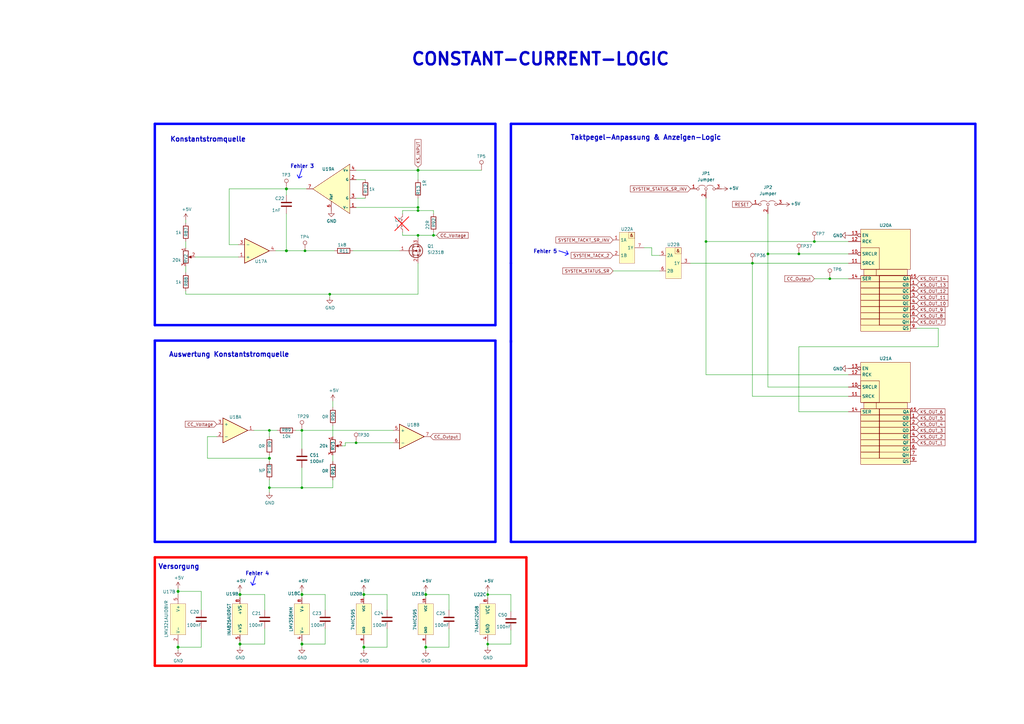
<source format=kicad_sch>
(kicad_sch (version 20210126) (generator eeschema)
  (paper "A3")
  (title_block (title "Kabeltester") (company "BMK Group") (comment 1 "Erstellt: Maximilian Hoffmann") (comment 2 "Geprüft: Robert Schulz"))
  (junction (at 73.025 242.57) (diameter 1.016))
  (junction (at 73.025 265.43) (diameter 1.016))
  (junction (at 98.425 243.84) (diameter 1.016))
  (junction (at 98.425 264.16) (diameter 1.016))
  (junction (at 110.49 176.53) (diameter 0.9144))
  (junction (at 110.49 187.96) (diameter 1.016))
  (junction (at 110.49 200.025) (diameter 0.9144))
  (junction (at 117.475 77.47) (diameter 1.016))
  (junction (at 117.475 102.87) (diameter 1.016))
  (junction (at 123.825 176.53) (diameter 0.9144))
  (junction (at 123.825 200.025) (diameter 0.9144))
  (junction (at 123.825 243.84) (diameter 1.016))
  (junction (at 123.825 264.16) (diameter 1.016))
  (junction (at 125.095 102.87) (diameter 0.9144))
  (junction (at 135.255 120.65) (diameter 0.9144))
  (junction (at 146.05 181.61) (diameter 0.9144))
  (junction (at 149.225 243.84) (diameter 1.016))
  (junction (at 149.225 265.43) (diameter 1.016))
  (junction (at 171.45 69.85) (diameter 1.016))
  (junction (at 171.45 85.09) (diameter 0.9144))
  (junction (at 171.45 86.36) (diameter 0.9144))
  (junction (at 171.45 96.52) (diameter 0.9144))
  (junction (at 174.625 243.84) (diameter 1.016))
  (junction (at 174.625 265.43) (diameter 1.016))
  (junction (at 177.8 96.52) (diameter 0.9144))
  (junction (at 200.025 243.84) (diameter 0.9144))
  (junction (at 200.025 264.16) (diameter 0.9144))
  (junction (at 289.56 99.06) (diameter 0.9144))
  (junction (at 308.61 107.95) (diameter 0.9144))
  (junction (at 314.96 104.14) (diameter 0.9144))
  (junction (at 327.66 104.14) (diameter 0.9144))
  (junction (at 334.01 99.06) (diameter 0.9144))
  (junction (at 340.36 114.3) (diameter 0.9144))
  (wire (pts (xy 73.025 241.3) (xy 73.025 242.57)))
  (wire (pts (xy 73.025 242.57) (xy 73.025 243.84)))
  (wire (pts (xy 73.025 264.16) (xy 73.025 265.43)))
  (wire (pts (xy 73.025 265.43) (xy 73.025 266.7)))
  (wire (pts (xy 76.2 90.17) (xy 76.2 91.44)))
  (wire (pts (xy 76.2 99.06) (xy 76.2 101.6)))
  (wire (pts (xy 76.2 109.22) (xy 76.2 111.76)))
  (wire (pts (xy 76.2 119.38) (xy 76.2 120.65)))
  (wire (pts (xy 76.2 120.65) (xy 135.255 120.65)))
  (wire (pts (xy 80.01 105.41) (xy 97.79 105.41)))
  (wire (pts (xy 82.55 242.57) (xy 73.025 242.57)))
  (wire (pts (xy 82.55 250.19) (xy 82.55 242.57)))
  (wire (pts (xy 82.55 257.81) (xy 82.55 265.43)))
  (wire (pts (xy 82.55 265.43) (xy 73.025 265.43)))
  (wire (pts (xy 85.09 179.07) (xy 85.09 187.96)))
  (wire (pts (xy 85.09 179.07) (xy 88.9 179.07)))
  (wire (pts (xy 85.09 187.96) (xy 110.49 187.96)))
  (wire (pts (xy 93.98 77.47) (xy 93.98 100.33)))
  (wire (pts (xy 93.98 77.47) (xy 117.475 77.47)))
  (wire (pts (xy 93.98 100.33) (xy 97.79 100.33)))
  (wire (pts (xy 98.425 242.57) (xy 98.425 243.84)))
  (wire (pts (xy 98.425 243.84) (xy 98.425 245.11)))
  (wire (pts (xy 98.425 264.16) (xy 98.425 262.89)))
  (wire (pts (xy 98.425 264.16) (xy 98.425 265.43)))
  (wire (pts (xy 104.14 176.53) (xy 110.49 176.53)))
  (wire (pts (xy 108.585 243.84) (xy 98.425 243.84)))
  (wire (pts (xy 108.585 250.19) (xy 108.585 243.84)))
  (wire (pts (xy 108.585 257.81) (xy 108.585 264.16)))
  (wire (pts (xy 108.585 264.16) (xy 98.425 264.16)))
  (wire (pts (xy 110.49 176.53) (xy 110.49 179.07)))
  (wire (pts (xy 110.49 176.53) (xy 113.665 176.53)))
  (wire (pts (xy 110.49 186.69) (xy 110.49 187.96)))
  (wire (pts (xy 110.49 187.96) (xy 110.49 189.23)))
  (wire (pts (xy 110.49 196.85) (xy 110.49 200.025)))
  (wire (pts (xy 110.49 200.025) (xy 110.49 201.93)))
  (wire (pts (xy 110.49 200.025) (xy 123.825 200.025)))
  (wire (pts (xy 113.03 102.87) (xy 117.475 102.87)))
  (wire (pts (xy 117.475 77.47) (xy 117.475 80.01)))
  (wire (pts (xy 117.475 77.47) (xy 125.73 77.47)))
  (wire (pts (xy 117.475 87.63) (xy 117.475 102.87)))
  (wire (pts (xy 117.475 102.87) (xy 125.095 102.87)))
  (wire (pts (xy 121.285 176.53) (xy 123.825 176.53)))
  (wire (pts (xy 123.825 176.53) (xy 123.825 184.15)))
  (wire (pts (xy 123.825 176.53) (xy 161.29 176.53)))
  (wire (pts (xy 123.825 191.77) (xy 123.825 200.025)))
  (wire (pts (xy 123.825 200.025) (xy 136.525 200.025)))
  (wire (pts (xy 123.825 242.57) (xy 123.825 243.84)))
  (wire (pts (xy 123.825 243.84) (xy 123.825 245.11)))
  (wire (pts (xy 123.825 262.89) (xy 123.825 264.16)))
  (wire (pts (xy 123.825 264.16) (xy 123.825 265.43)))
  (wire (pts (xy 125.095 102.87) (xy 137.16 102.87)))
  (wire (pts (xy 133.35 243.84) (xy 123.825 243.84)))
  (wire (pts (xy 133.35 250.19) (xy 133.35 243.84)))
  (wire (pts (xy 133.35 257.81) (xy 133.35 264.16)))
  (wire (pts (xy 133.35 264.16) (xy 123.825 264.16)))
  (wire (pts (xy 135.255 120.65) (xy 135.255 121.92)))
  (wire (pts (xy 135.255 120.65) (xy 171.45 120.65)))
  (wire (pts (xy 136.525 164.465) (xy 136.525 167.005)))
  (wire (pts (xy 136.525 174.625) (xy 136.525 179.07)))
  (wire (pts (xy 136.525 186.69) (xy 136.525 189.23)))
  (wire (pts (xy 136.525 196.85) (xy 136.525 200.025)))
  (wire (pts (xy 140.335 182.88) (xy 141.605 182.88)))
  (wire (pts (xy 141.605 181.61) (xy 141.605 182.88)))
  (wire (pts (xy 141.605 181.61) (xy 146.05 181.61)))
  (wire (pts (xy 144.78 102.87) (xy 163.83 102.87)))
  (wire (pts (xy 146.05 69.85) (xy 171.45 69.85)))
  (wire (pts (xy 146.05 73.66) (xy 149.86 73.66)))
  (wire (pts (xy 146.05 81.28) (xy 149.86 81.28)))
  (wire (pts (xy 146.05 85.09) (xy 171.45 85.09)))
  (wire (pts (xy 146.05 181.61) (xy 161.29 181.61)))
  (wire (pts (xy 149.225 242.57) (xy 149.225 243.84)))
  (wire (pts (xy 149.225 243.84) (xy 149.225 245.11)))
  (wire (pts (xy 149.225 264.16) (xy 149.225 265.43)))
  (wire (pts (xy 149.225 265.43) (xy 149.225 266.7)))
  (wire (pts (xy 158.75 243.84) (xy 149.225 243.84)))
  (wire (pts (xy 158.75 250.19) (xy 158.75 243.84)))
  (wire (pts (xy 158.75 257.81) (xy 158.75 265.43)))
  (wire (pts (xy 158.75 265.43) (xy 149.225 265.43)))
  (wire (pts (xy 165.1 86.36) (xy 171.45 86.36)))
  (wire (pts (xy 165.1 87.63) (xy 165.1 86.36)))
  (wire (pts (xy 165.1 95.25) (xy 165.1 96.52)))
  (wire (pts (xy 165.1 96.52) (xy 171.45 96.52)))
  (wire (pts (xy 171.45 68.58) (xy 171.45 69.85)))
  (wire (pts (xy 171.45 69.85) (xy 171.45 73.66)))
  (wire (pts (xy 171.45 69.85) (xy 197.485 69.85)))
  (wire (pts (xy 171.45 81.28) (xy 171.45 85.09)))
  (wire (pts (xy 171.45 85.09) (xy 171.45 86.36)))
  (wire (pts (xy 171.45 86.36) (xy 177.8 86.36)))
  (wire (pts (xy 171.45 96.52) (xy 171.45 97.79)))
  (wire (pts (xy 171.45 96.52) (xy 177.8 96.52)))
  (wire (pts (xy 171.45 107.95) (xy 171.45 120.65)))
  (wire (pts (xy 174.625 242.57) (xy 174.625 243.84)))
  (wire (pts (xy 174.625 243.84) (xy 174.625 245.11)))
  (wire (pts (xy 174.625 264.16) (xy 174.625 265.43)))
  (wire (pts (xy 174.625 265.43) (xy 174.625 266.7)))
  (wire (pts (xy 177.8 87.63) (xy 177.8 86.36)))
  (wire (pts (xy 177.8 95.25) (xy 177.8 96.52)))
  (wire (pts (xy 177.8 96.52) (xy 179.07 96.52)))
  (wire (pts (xy 184.15 243.84) (xy 174.625 243.84)))
  (wire (pts (xy 184.15 250.19) (xy 184.15 243.84)))
  (wire (pts (xy 184.15 257.81) (xy 184.15 265.43)))
  (wire (pts (xy 184.15 265.43) (xy 174.625 265.43)))
  (wire (pts (xy 200.025 242.57) (xy 200.025 243.84)))
  (wire (pts (xy 200.025 243.84) (xy 200.025 245.11)))
  (wire (pts (xy 200.025 262.89) (xy 200.025 264.16)))
  (wire (pts (xy 200.025 264.16) (xy 200.025 265.43)))
  (wire (pts (xy 209.55 243.84) (xy 200.025 243.84)))
  (wire (pts (xy 209.55 250.825) (xy 209.55 243.84)))
  (wire (pts (xy 209.55 258.445) (xy 209.55 264.16)))
  (wire (pts (xy 209.55 264.16) (xy 200.025 264.16)))
  (wire (pts (xy 251.46 111.125) (xy 270.51 111.125)))
  (wire (pts (xy 264.16 101.6) (xy 267.335 101.6)))
  (wire (pts (xy 267.335 101.6) (xy 267.335 104.775)))
  (wire (pts (xy 267.335 104.775) (xy 270.51 104.775)))
  (wire (pts (xy 283.21 107.95) (xy 308.61 107.95)))
  (wire (pts (xy 289.56 81.28) (xy 289.56 99.06)))
  (wire (pts (xy 289.56 99.06) (xy 289.56 153.67)))
  (wire (pts (xy 289.56 99.06) (xy 334.01 99.06)))
  (wire (pts (xy 289.56 153.67) (xy 347.98 153.67)))
  (wire (pts (xy 308.61 107.95) (xy 308.61 162.56)))
  (wire (pts (xy 308.61 107.95) (xy 347.98 107.95)))
  (wire (pts (xy 308.61 162.56) (xy 347.98 162.56)))
  (wire (pts (xy 314.96 104.14) (xy 314.96 87.63)))
  (wire (pts (xy 314.96 104.14) (xy 327.66 104.14)))
  (wire (pts (xy 314.96 158.75) (xy 314.96 104.14)))
  (wire (pts (xy 327.66 104.14) (xy 347.98 104.14)))
  (wire (pts (xy 327.66 142.24) (xy 327.66 168.91)))
  (wire (pts (xy 327.66 168.91) (xy 347.98 168.91)))
  (wire (pts (xy 334.01 99.06) (xy 347.98 99.06)))
  (wire (pts (xy 334.01 114.3) (xy 340.36 114.3)))
  (wire (pts (xy 340.36 114.3) (xy 347.98 114.3)))
  (wire (pts (xy 347.98 158.75) (xy 314.96 158.75)))
  (wire (pts (xy 375.92 134.62) (xy 384.81 134.62)))
  (wire (pts (xy 384.81 134.62) (xy 384.81 142.24)))
  (wire (pts (xy 384.81 142.24) (xy 327.66 142.24)))
  (polyline (pts (xy 63.5 50.8) (xy 63.5 133.35)) (stroke (width 1) (type solid) (color 0 0 255 1)))
  (polyline (pts (xy 63.5 50.8) (xy 203.2 50.8)) (stroke (width 1) (type solid) (color 0 0 255 1)))
  (polyline (pts (xy 63.5 139.7) (xy 63.5 222.25)) (stroke (width 1) (type solid) (color 0 0 255 1)))
  (polyline (pts (xy 63.5 139.7) (xy 203.2 139.7)) (stroke (width 1) (type solid) (color 0 0 255 1)))
  (polyline (pts (xy 63.5 228.6) (xy 63.5 273.05)) (stroke (width 1) (type solid) (color 255 0 0 1)))
  (polyline (pts (xy 63.5 228.6) (xy 215.9 228.6)) (stroke (width 1) (type solid) (color 255 0 0 1)))
  (polyline (pts (xy 63.5 273.05) (xy 215.9 273.05)) (stroke (width 1) (type solid) (color 255 0 0 1)))
  (polyline (pts (xy 103.505 240.03) (xy 102.87 238.76)) (stroke (width 0.3) (type solid) (color 0 0 255 1)))
  (polyline (pts (xy 103.505 240.03) (xy 104.775 236.22)) (stroke (width 0.3) (type solid) (color 0 0 255 1)))
  (polyline (pts (xy 104.775 239.395) (xy 103.505 240.03)) (stroke (width 0.3) (type solid) (color 0 0 255 1)))
  (polyline (pts (xy 122.555 73.025) (xy 121.92 71.755)) (stroke (width 0.3) (type solid) (color 0 0 255 1)))
  (polyline (pts (xy 122.555 73.025) (xy 123.825 69.215)) (stroke (width 0.3) (type solid) (color 0 0 255 1)))
  (polyline (pts (xy 123.825 72.39) (xy 122.555 73.025)) (stroke (width 0.3) (type solid) (color 0 0 255 1)))
  (polyline (pts (xy 167.64 88.9) (xy 161.925 94.615)) (stroke (width 0.3) (type solid) (color 255 0 0 1)))
  (polyline (pts (xy 167.64 94.615) (xy 161.925 88.9)) (stroke (width 0.3) (type solid) (color 255 0 0 1)))
  (polyline (pts (xy 203.2 50.8) (xy 203.2 133.35)) (stroke (width 1) (type solid) (color 0 0 255 1)))
  (polyline (pts (xy 203.2 133.35) (xy 63.5 133.35)) (stroke (width 1) (type solid) (color 0 0 255 1)))
  (polyline (pts (xy 203.2 139.7) (xy 203.2 222.25)) (stroke (width 1) (type solid) (color 0 0 255 1)))
  (polyline (pts (xy 203.2 222.25) (xy 63.5 222.25)) (stroke (width 1) (type solid) (color 0 0 255 1)))
  (polyline (pts (xy 209.55 50.8) (xy 209.55 107.95)) (stroke (width 1) (type solid) (color 0 0 255 1)))
  (polyline (pts (xy 209.55 50.8) (xy 400.05 50.8)) (stroke (width 1) (type solid) (color 0 0 255 1)))
  (polyline (pts (xy 209.55 139.7) (xy 209.55 222.25)) (stroke (width 1) (type solid) (color 0 0 255 1)))
  (polyline (pts (xy 209.55 140.335) (xy 209.55 107.95)) (stroke (width 1) (type solid) (color 0 0 255 1)))
  (polyline (pts (xy 209.55 222.25) (xy 400.05 222.25)) (stroke (width 1) (type solid) (color 0 0 255 1)))
  (polyline (pts (xy 215.9 273.05) (xy 215.9 228.6)) (stroke (width 1) (type solid) (color 255 0 0 1)))
  (polyline (pts (xy 232.41 102.87) (xy 233.045 104.14)) (stroke (width 0.3) (type solid) (color 0 0 255 1)))
  (polyline (pts (xy 233.045 104.14) (xy 229.235 102.87)) (stroke (width 0.3) (type solid) (color 0 0 255 1)))
  (polyline (pts (xy 233.045 104.14) (xy 231.775 104.775)) (stroke (width 0.3) (type solid) (color 0 0 255 1)))
  (polyline (pts (xy 400.05 222.25) (xy 400.05 50.8)) (stroke (width 1) (type solid) (color 0 0 255 1)))
  (text "Versorgung\n" (at 81.915 233.68 180) (effects (font (size 2 2) (thickness 0.4) bold) (justify right bottom)))
  (text "Konstantstromquelle\n" (at 100.965 58.42 180) (effects (font (size 2 2) (thickness 0.4) bold) (justify right bottom)))
  (text "Fehler 4" (at 110.49 236.22 180) (effects (font (size 1.5 1.5) (thickness 0.3) bold) (justify right bottom)))
  (text "Auswertung Konstantstromquelle\n" (at 118.745 146.685 180) (effects (font (size 2 2) (thickness 0.4) bold) (justify right bottom)))
  (text "Fehler 3\n" (at 128.905 69.215 180) (effects (font (size 1.5 1.5) (thickness 0.3) bold) (justify right bottom)))
  (text "Fehler 5" (at 228.6 104.14 180) (effects (font (size 1.5 1.5) (thickness 0.3) bold) (justify right bottom)))
  (text "CONSTANT-CURRENT-LOGIC\n" (at 274.955 27.305 180) (effects (font (size 5 5) (thickness 1) bold) (justify right bottom)))
  (text "Taktpegel-Anpassung & Anzeigen-Logic\n\n \n" (at 295.91 64.135 180) (effects (font (size 2 2) (thickness 0.4) bold) (justify right bottom)))
  (global_label "CC_Voltage" (shape input) (at 88.9 173.99 180) (property "Intersheet References" "${INTERSHEET_REFS}" (effects hide)))
  (global_label "KS_INPUT" (shape input) (at 171.45 68.58 90) (property "Intersheet References" "${INTERSHEET_REFS}" (effects hide)))
  (global_label "CC_Output" (shape input) (at 176.53 179.07 0) (property "Intersheet References" "${INTERSHEET_REFS}" (effects hide)))
  (global_label "CC_Voltage" (shape input) (at 179.07 96.52 0) (property "Intersheet References" "${INTERSHEET_REFS}" (effects hide)))
  (global_label "SYSTEM_TACKT_SR_INV" (shape input) (at 251.46 98.425 180) (property "Intersheet References" "${INTERSHEET_REFS}" (effects hide)))
  (global_label "SYSTEM_TACK_2" (shape input) (at 251.46 104.775 180) (property "Intersheet References" "${INTERSHEET_REFS}" (effects hide)))
  (global_label "SYSTEM_STATUS_SR" (shape input) (at 251.46 111.125 180) (property "Intersheet References" "${INTERSHEET_REFS}" (effects hide)))
  (global_label "SYSTEM_STATUS_SR_INV" (shape input) (at 283.21 77.47 180) (property "Intersheet References" "${INTERSHEET_REFS}" (effects hide)))
  (global_label "RESET" (shape input) (at 308.61 83.82 180) (property "Intersheet References" "${INTERSHEET_REFS}" (effects hide)))
  (global_label "CC_Output" (shape input) (at 334.01 114.3 180) (property "Intersheet References" "${INTERSHEET_REFS}" (effects hide)))
  (global_label "KS_OUT_14" (shape input) (at 375.92 114.3 0) (property "Intersheet References" "${INTERSHEET_REFS}" (effects hide)))
  (global_label "KS_OUT_13" (shape input) (at 375.92 116.84 0) (property "Intersheet References" "${INTERSHEET_REFS}" (effects hide)))
  (global_label "KS_OUT_12" (shape input) (at 375.92 119.38 0) (property "Intersheet References" "${INTERSHEET_REFS}" (effects hide)))
  (global_label "KS_OUT_11" (shape input) (at 375.92 121.92 0) (property "Intersheet References" "${INTERSHEET_REFS}" (effects hide)))
  (global_label "KS_OUT_10" (shape input) (at 375.92 124.46 0) (property "Intersheet References" "${INTERSHEET_REFS}" (effects hide)))
  (global_label "KS_OUT_9" (shape input) (at 375.92 127 0) (property "Intersheet References" "${INTERSHEET_REFS}" (effects hide)))
  (global_label "KS_OUT_8" (shape input) (at 375.92 129.54 0) (property "Intersheet References" "${INTERSHEET_REFS}" (effects hide)))
  (global_label "KS_OUT_7" (shape input) (at 375.92 132.08 0) (property "Intersheet References" "${INTERSHEET_REFS}" (effects hide)))
  (global_label "KS_OUT_6" (shape input) (at 375.92 168.91 0) (property "Intersheet References" "${INTERSHEET_REFS}" (effects hide)))
  (global_label "KS_OUT_5" (shape input) (at 375.92 171.45 0) (property "Intersheet References" "${INTERSHEET_REFS}" (effects hide)))
  (global_label "KS_OUT_4" (shape input) (at 375.92 173.99 0) (property "Intersheet References" "${INTERSHEET_REFS}" (effects hide)))
  (global_label "KS_OUT_3" (shape input) (at 375.92 176.53 0) (property "Intersheet References" "${INTERSHEET_REFS}" (effects hide)))
  (global_label "KS_OUT_2" (shape input) (at 375.92 179.07 0) (property "Intersheet References" "${INTERSHEET_REFS}" (effects hide)))
  (global_label "KS_OUT_1" (shape input) (at 375.92 181.61 0) (property "Intersheet References" "${INTERSHEET_REFS}" (effects hide)))
  (symbol (lib_id "Connector:TestPoint") (at 117.475 77.47 0) (unit 1)
    (property "Reference" "TP3" (at 115.57 71.755 0) (effects (justify left)))
    (property "Value" "TestPoint" (effects hide))
    (property "Footprint" "TestPoint:TestPoint_Pad_D1.0mm" (effects hide))
    (property "BMK-Nr" "-" (effects hide))
    (property "Mouser" "-" (effects hide))
  )
  (symbol (lib_id "Connector:TestPoint") (at 123.825 176.53 0) (unit 1)
    (property "Reference" "TP29" (at 121.92 170.815 0) (effects (justify left)))
    (property "Value" "TestPoint" (effects hide))
    (property "Footprint" "TestPoint:TestPoint_Pad_D1.0mm" (effects hide))
    (property "BMK-Nr" "-" (effects hide))
    (property "Mouser" "-" (effects hide))
  )
  (symbol (lib_id "Connector:TestPoint") (at 125.095 102.87 0) (unit 1)
    (property "Reference" "TP4" (at 123.19 97.155 0) (effects (justify left)))
    (property "Value" "TestPoint" (effects hide))
    (property "Footprint" "TestPoint:TestPoint_Pad_D1.0mm" (effects hide))
    (property "BMK-Nr" "-" (effects hide))
    (property "Mouser" "-" (effects hide))
  )
  (symbol (lib_id "Connector:TestPoint") (at 146.05 181.61 0) (unit 1)
    (property "Reference" "TP30" (at 146.685 178.435 0) (effects (justify left)))
    (property "Value" "TestPoint" (effects hide))
    (property "Footprint" "TestPoint:TestPoint_Pad_D1.0mm" (effects hide))
    (property "BMK-Nr" "-" (effects hide))
    (property "Mouser" "-" (effects hide))
  )
  (symbol (lib_id "Connector:TestPoint") (at 197.485 69.85 0) (unit 1)
    (property "Reference" "TP5" (at 195.58 64.135 0) (effects (justify left)))
    (property "Value" "TestPoint" (effects hide))
    (property "Footprint" "TestPoint:TestPoint_Pad_D1.0mm" (effects hide))
    (property "BMK-Nr" "-" (effects hide))
    (property "Mouser" "-" (effects hide))
  )
  (symbol (lib_id "Connector:TestPoint") (at 308.61 107.95 0) (unit 1)
    (property "Reference" "TP36" (at 309.245 104.775 0) (effects (justify left)))
    (property "Value" "TestPoint" (effects hide))
    (property "Footprint" "TestPoint:TestPoint_Pad_D1.0mm" (effects hide))
    (property "BMK-Nr" "-" (effects hide))
    (property "Mouser" "-" (effects hide))
  )
  (symbol (lib_id "Connector:TestPoint") (at 327.66 104.14 0) (unit 1)
    (property "Reference" "TP37" (at 328.295 100.965 0) (effects (justify left)))
    (property "Value" "TestPoint" (effects hide))
    (property "Footprint" "TestPoint:TestPoint_Pad_D1.0mm" (effects hide))
    (property "BMK-Nr" "-" (effects hide))
    (property "Mouser" "-" (effects hide))
  )
  (symbol (lib_id "Connector:TestPoint") (at 334.01 99.06 0) (unit 1)
    (property "Reference" "TP7" (at 334.645 95.885 0) (effects (justify left)))
    (property "Value" "TestPoint" (effects hide))
    (property "Footprint" "TestPoint:TestPoint_Pad_D1.0mm" (effects hide))
    (property "BMK-Nr" "-" (effects hide))
    (property "Mouser" "-" (effects hide))
  )
  (symbol (lib_id "Connector:TestPoint") (at 340.36 114.3 0) (unit 1)
    (property "Reference" "TP6" (at 341.63 110.49 0) (effects (justify left)))
    (property "Value" "TestPoint" (effects hide))
    (property "Footprint" "TestPoint:TestPoint_Pad_D1.0mm" (effects hide))
    (property "BMK-Nr" "-" (effects hide))
    (property "Mouser" "-" (effects hide))
  )
  (symbol (lib_id "power:+5V") (at 73.025 241.3 0) (unit 1)
    (property "Reference" "#PWR051" (effects hide))
    (property "Value" "+5V" (at 73.3933 236.9756 0))
  )
  (symbol (lib_id "power:+5V") (at 76.2 90.17 0) (unit 1)
    (property "Reference" "#PWR053" (effects hide))
    (property "Value" "+5V" (at 76.5683 85.8456 0))
  )
  (symbol (lib_id "power:+5V") (at 98.425 242.57 0) (unit 1)
    (property "Reference" "#PWR054" (effects hide))
    (property "Value" "+5V" (at 98.7933 238.2456 0))
  )
  (symbol (lib_id "power:+5V") (at 123.825 242.57 0) (unit 1)
    (property "Reference" "#PWR057" (effects hide))
    (property "Value" "+5V" (at 124.1933 238.2456 0))
  )
  (symbol (lib_id "power:+5V") (at 136.525 164.465 0) (unit 1)
    (property "Reference" "#PWR059" (effects hide))
    (property "Value" "+5V" (at 136.8933 160.1406 0))
  )
  (symbol (lib_id "power:+5V") (at 149.225 242.57 0) (unit 1)
    (property "Reference" "#PWR062" (effects hide))
    (property "Value" "+5V" (at 149.5933 238.2456 0))
  )
  (symbol (lib_id "power:+5V") (at 174.625 242.57 0) (unit 1)
    (property "Reference" "#PWR064" (effects hide))
    (property "Value" "+5V" (at 174.9933 238.2456 0))
  )
  (symbol (lib_id "power:+5V") (at 200.025 242.57 0) (unit 1)
    (property "Reference" "#PWR023" (effects hide))
    (property "Value" "+5V" (at 200.3933 238.2456 0))
  )
  (symbol (lib_id "power:+5V") (at 295.91 77.47 270) (unit 1)
    (property "Reference" "#PWR0124" (effects hide))
    (property "Value" "+5V" (at 300.8694 77.2033 90))
  )
  (symbol (lib_id "power:+5V") (at 321.31 83.82 270) (unit 1)
    (property "Reference" "#PWR0125" (effects hide))
    (property "Value" "+5V" (at 326.2694 83.5533 90))
  )
  (symbol (lib_id "Device:L") (at 165.1 91.44 0) (mirror y) (unit 1)
    (property "Reference" "L2" (at 161.925 90.17 0) (effects (justify right)))
    (property "Value" "L" (at 162.56 92.71 0) (effects (justify right)))
    (property "Footprint" "Inductor_SMD:L_TDK_NLV32_3.2x2.5mm" (effects hide))
  )
  (symbol (lib_id "power:GND") (at 73.025 266.7 0) (unit 1)
    (property "Reference" "#PWR052" (effects hide))
    (property "Value" "GND" (at 73.1393 271.0244 0))
  )
  (symbol (lib_id "power:GND") (at 98.425 265.43 0) (unit 1)
    (property "Reference" "#PWR055" (effects hide))
    (property "Value" "GND" (at 98.5393 269.7544 0))
  )
  (symbol (lib_id "power:GND") (at 110.49 201.93 0) (unit 1)
    (property "Reference" "#PWR056" (effects hide))
    (property "Value" "GND" (at 110.6043 206.2544 0))
  )
  (symbol (lib_id "power:GND") (at 123.825 265.43 0) (unit 1)
    (property "Reference" "#PWR058" (effects hide))
    (property "Value" "GND" (at 123.9393 269.7544 0))
  )
  (symbol (lib_id "power:GND") (at 135.255 121.92 0) (unit 1)
    (property "Reference" "#PWR060" (effects hide))
    (property "Value" "GND" (at 135.3693 126.2444 0))
  )
  (symbol (lib_id "power:GND") (at 135.89 86.36 0) (unit 1)
    (property "Reference" "#PWR061" (effects hide))
    (property "Value" "GND" (at 136.0043 90.6844 0))
  )
  (symbol (lib_id "power:GND") (at 149.225 266.7 0) (unit 1)
    (property "Reference" "#PWR063" (effects hide))
    (property "Value" "GND" (at 149.3393 271.0244 0))
  )
  (symbol (lib_id "power:GND") (at 174.625 266.7 0) (unit 1)
    (property "Reference" "#PWR065" (effects hide))
    (property "Value" "GND" (at 174.7393 271.0244 0))
  )
  (symbol (lib_id "power:GND") (at 200.025 265.43 0) (unit 1)
    (property "Reference" "#PWR024" (effects hide))
    (property "Value" "GND" (at 200.1393 269.7544 0))
  )
  (symbol (lib_id "power:GND") (at 347.98 96.52 270) (unit 1)
    (property "Reference" "#PWR070" (effects hide))
    (property "Value" "GND" (at 343.6556 96.6343 90))
  )
  (symbol (lib_id "power:GND") (at 347.98 151.13 270) (unit 1)
    (property "Reference" "#PWR072" (effects hide))
    (property "Value" "GND" (at 343.6556 151.2443 90))
  )
  (symbol (lib_id "Device:R") (at 76.2 95.25 180) (unit 1)
    (property "Reference" "R87" (at 76.3269 93.2244 90) (effects (justify left)))
    (property "Value" "1k" (at 74.422 95.371 0) (effects (justify left)))
    (property "Footprint" "Resistor_SMD:R_0603_1608Metric_Pad0.98x0.95mm_HandSolder" (effects hide))
    (property "BMK-Nr" "BS" (effects hide))
    (property "Mouser" "-" (effects hide))
  )
  (symbol (lib_id "Device:R") (at 76.2 115.57 180) (unit 1)
    (property "Reference" "R88" (at 76.3269 113.5444 90) (effects (justify left)))
    (property "Value" "1k" (at 74.422 115.691 0) (effects (justify left)))
    (property "Footprint" "Resistor_SMD:R_0603_1608Metric_Pad0.98x0.95mm_HandSolder" (effects hide))
    (property "BMK-Nr" "BS" (effects hide))
    (property "Mouser" "-" (effects hide))
  )
  (symbol (lib_name "Device:R_1") (lib_id "Device:R") (at 110.49 182.88 180) (unit 1)
    (property "Reference" "R9" (at 110.6169 180.8544 90) (effects (justify left)))
    (property "Value" "0R" (at 108.712 183.001 0) (effects (justify left)))
    (property "Footprint" "Resistor_SMD:R_0603_1608Metric_Pad0.98x0.95mm_HandSolder" (effects hide))
    (property "BMK-Nr" "BS" (effects hide))
    (property "Mouser" "-" (effects hide))
  )
  (symbol (lib_name "Device:R_2") (lib_id "Device:R") (at 110.49 193.04 0) (unit 1)
    (property "Reference" "R10" (at 110.49 194.31 90) (effects (justify left)))
    (property "Value" "NP" (at 106.045 193.04 0) (effects (justify left)))
    (property "Footprint" "Resistor_SMD:R_0603_1608Metric_Pad0.98x0.95mm_HandSolder" (effects hide))
    (property "BMK-Nr" "BS" (effects hide))
    (property "Mouser" "-" (effects hide))
  )
  (symbol (lib_name "Device:R_1") (lib_id "Device:R") (at 117.475 176.53 270) (unit 1)
    (property "Reference" "R89" (at 115.4494 176.4031 90) (effects (justify left)))
    (property "Value" "10k" (at 115.691 178.943 90) (effects (justify left)))
    (property "Footprint" "Resistor_SMD:R_0603_1608Metric_Pad0.98x0.95mm_HandSolder" (effects hide))
    (property "BMK-Nr" "BS" (effects hide))
    (property "Mouser" "-" (effects hide))
  )
  (symbol (lib_name "Device:R_1") (lib_id "Device:R") (at 136.525 170.815 180) (unit 1)
    (property "Reference" "R90" (at 136.6519 168.7894 90) (effects (justify left)))
    (property "Value" "0R" (at 134.747 170.936 0) (effects (justify left)))
    (property "Footprint" "Resistor_SMD:R_0603_1608Metric_Pad0.98x0.95mm_HandSolder" (effects hide))
    (property "BMK-Nr" "BS" (effects hide))
    (property "Mouser" "-" (effects hide))
  )
  (symbol (lib_name "Device:R_1") (lib_id "Device:R") (at 136.525 193.04 180) (unit 1)
    (property "Reference" "R91" (at 136.6519 191.0144 90) (effects (justify left)))
    (property "Value" "0R" (at 134.747 193.161 0) (effects (justify left)))
    (property "Footprint" "Resistor_SMD:R_0603_1608Metric_Pad0.98x0.95mm_HandSolder" (effects hide))
    (property "BMK-Nr" "BS" (effects hide))
    (property "Mouser" "-" (effects hide))
  )
  (symbol (lib_id "Device:R") (at 140.97 102.87 90) (unit 1)
    (property "Reference" "R11" (at 142.9956 102.9969 90) (effects (justify left)))
    (property "Value" "1k8" (at 142.119 100.457 90) (effects (justify left)))
    (property "Footprint" "Resistor_SMD:R_0603_1608Metric_Pad0.98x0.95mm_HandSolder" (effects hide))
    (property "BMK-Nr" "BS" (effects hide))
    (property "Mouser" "-" (effects hide))
  )
  (symbol (lib_name "Device:R_4") (lib_id "Device:R") (at 149.86 77.47 180) (unit 1)
    (property "Reference" "R12" (at 149.9869 75.4444 90) (effects (justify left)))
    (property "Value" "1k" (at 153.797 77.591 0) (effects (justify left)))
    (property "Footprint" "Resistor_SMD:R_0603_1608Metric_Pad0.98x0.95mm_HandSolder" (effects hide))
    (property "BMK-Nr" "BS" (effects hide))
    (property "Mouser" "-" (effects hide))
  )
  (symbol (lib_name "Device:R_3") (lib_id "Device:R") (at 171.45 77.47 180) (unit 1)
    (property "Reference" "R13" (at 171.5769 76.0794 90) (effects (justify left)))
    (property "Value" "1R" (at 174.117 73.781 90) (effects (justify left)))
    (property "Footprint" "Resistor_SMD:R_1206_3216Metric_Pad1.30x1.75mm_HandSolder" (effects hide))
    (property "BMK-Nr" "01-1901-3" (effects hide))
    (property "Mouser" "-" (effects hide))
  )
  (symbol (lib_id "Device:R") (at 177.8 91.44 180) (unit 1)
    (property "Reference" "R92" (at 177.9269 89.4144 90) (effects (justify left)))
    (property "Value" "22R" (at 175.387 90.291 90) (effects (justify left)))
    (property "Footprint" "Resistor_SMD:R_0603_1608Metric_Pad0.98x0.95mm_HandSolder" (effects hide))
    (property "BMK-Nr" "BS" (effects hide))
    (property "Mouser" "-" (effects hide))
  )
  (symbol (lib_name "Device:C_2") (lib_id "Device:C") (at 82.55 254 0) (unit 1)
    (property "Reference" "C20" (at 77.8511 250.9456 0) (effects (justify left)))
    (property "Value" "100nF" (at 76.581 256.419 0) (effects (justify left)))
    (property "Footprint" "Capacitor_SMD:C_0603_1608Metric_Pad1.08x0.95mm_HandSolder" (effects hide))
    (property "BMK-Nr" "BS" (effects hide))
  )
  (symbol (lib_name "Device:C_4") (lib_id "Device:C") (at 108.585 254 0) (unit 1)
    (property "Reference" "C21" (at 103.2511 251.5806 0) (effects (justify left)))
    (property "Value" "100nF" (at 101.981 256.419 0) (effects (justify left)))
    (property "Footprint" "Capacitor_SMD:C_0603_1608Metric_Pad1.08x0.95mm_HandSolder" (effects hide))
    (property "BMK-Nr" "BS" (effects hide))
  )
  (symbol (lib_name "Device:C_6") (lib_id "Device:C") (at 117.475 83.82 0) (unit 1)
    (property "Reference" "C22" (at 112.7761 81.4006 0) (effects (justify left)))
    (property "Value" "1nF" (at 111.506 86.239 0) (effects (justify left)))
    (property "Footprint" "Capacitor_SMD:C_0603_1608Metric_Pad1.08x0.95mm_HandSolder" (effects hide))
    (property "BMK-Nr" "BS" (effects hide))
  )
  (symbol (lib_name "Device:C_9") (lib_id "Device:C") (at 123.825 187.96 0) (unit 1)
    (property "Reference" "C51" (at 127 186.69 0) (effects (justify left)))
    (property "Value" "100nF" (at 127 189.23 0) (effects (justify left)))
    (property "Footprint" "Capacitor_SMD:C_0603_1608Metric_Pad1.08x0.95mm_HandSolder" (effects hide))
  )
  (symbol (lib_name "Device:C_3") (lib_id "Device:C") (at 133.35 254 0) (unit 1)
    (property "Reference" "C23" (at 128.0161 251.5806 0) (effects (justify left)))
    (property "Value" "100nF" (at 127.381 256.419 0) (effects (justify left)))
    (property "Footprint" "Capacitor_SMD:C_0603_1608Metric_Pad1.08x0.95mm_HandSolder" (effects hide))
    (property "BMK-Nr" "BS" (effects hide))
  )
  (symbol (lib_name "Device:C_1") (lib_id "Device:C") (at 158.75 254 0) (unit 1)
    (property "Reference" "C24" (at 153.4161 251.5806 0) (effects (justify left)))
    (property "Value" "100nF" (at 152.781 256.419 0) (effects (justify left)))
    (property "Footprint" "Capacitor_SMD:C_0603_1608Metric_Pad1.08x0.95mm_HandSolder" (effects hide))
    (property "BMK-Nr" "BS" (effects hide))
  )
  (symbol (lib_name "Device:C_5") (lib_id "Device:C") (at 184.15 254 0) (unit 1)
    (property "Reference" "C25" (at 178.8161 251.5806 0) (effects (justify left)))
    (property "Value" "100nF" (at 178.181 256.419 0) (effects (justify left)))
    (property "Footprint" "Capacitor_SMD:C_0603_1608Metric_Pad1.08x0.95mm_HandSolder" (effects hide))
    (property "BMK-Nr" "BS" (effects hide))
  )
  (symbol (lib_name "Device:C_8") (lib_id "Device:C") (at 209.55 254.635 0) (unit 1)
    (property "Reference" "C50" (at 204.2161 252.2156 0) (effects (justify left)))
    (property "Value" "100nF" (at 203.581 257.054 0) (effects (justify left)))
    (property "Footprint" "Capacitor_SMD:C_0603_1608Metric_Pad1.08x0.95mm_HandSolder" (effects hide))
    (property "BMK-Nr" "BS" (effects hide))
  )
  (symbol (lib_id "Device:R_Potentiometer") (at 76.2 105.41 0) (unit 1)
    (property "Reference" "RV2" (at 76.2 104.14 90) (effects (justify right)))
    (property "Value" "20k" (at 74.295 106.68 0) (effects (justify right)))
    (property "Footprint" "Potentiometer_THT:Potentiometer_ACP_CA6-H2,5_Horizontal" (effects hide))
  )
  (symbol (lib_id "Device:R_Potentiometer") (at 136.525 182.88 0) (unit 1)
    (property "Reference" "RV3" (at 136.525 180.975 90) (effects (justify right)))
    (property "Value" "20k" (at 134.62 182.88 0) (effects (justify right)))
    (property "Footprint" "Potentiometer_THT:Potentiometer_ACP_CA6-H2,5_Horizontal" (effects hide))
  )
  (symbol (lib_id "Jumper:Jumper_3_Open") (at 289.56 77.47 0) (unit 1)
    (property "Reference" "JP1" (at 289.56 71.12 0))
    (property "Value" "Jumper" (at 289.56 73.66 0))
    (property "Footprint" "Jumper:SolderJumper-3_P1.3mm_Open_RoundedPad1.0x1.5mm" (effects hide))
  )
  (symbol (lib_id "Jumper:Jumper_3_Open") (at 314.96 83.82 0) (unit 1)
    (property "Reference" "JP2" (at 314.96 76.835 0))
    (property "Value" "Jumper" (at 314.96 79.375 0))
    (property "Footprint" "Jumper:SolderJumper-3_P1.3mm_Open_RoundedPad1.0x1.5mm" (effects hide))
  )
  (symbol (lib_id "Transistor_FET:BSS123") (at 168.91 102.87 0) (unit 1)
    (property "Reference" "Q1" (at 175.26 100.965 0) (effects (justify left)))
    (property "Value" "SI2318" (at 175.26 103.505 0) (effects (justify left)))
    (property "Footprint" "Package_TO_SOT_SMD:SOT-23" (effects hide))
    (property "Datasheet" "http://www.diodes.com/assets/Datasheets/ds30366.pdf" (effects hide))
    (property "BMK-Nr" "08-8668" (effects hide))
    (property "Mouser" "781-SI2318CDS-T1-GE3" (effects hide))
  )
  (symbol (lib_name "Kabeltester:INA826AIDRGT_1") (lib_id "Kabeltester:INA826AIDRGT") (at 98.425 254 0) (mirror y) (unit 2)
    (property "Reference" "U19" (at 95.25 243.5668 0))
    (property "Value" "INA826AIDRGT" (at 93.98 254.1205 90))
    (property "Footprint" "Package_DFN_QFN:DFN-8-1EP_2x2mm_P0.5mm_EP0.6x1.2mm" (effects hide))
    (property "Datasheet" "https://www.ti.com/lit/ds/symlink/ina826.pdf?HQS=dis-mous-null-mousermode-dsf-pf-null-wwe&ts=1614456081708&ref_url=https%253A%252F%252Fwww.mouser.de%252F" (effects hide))
    (property "BMK-Nr" "07-1477 / 07-2138" (effects hide))
    (property "Mouser" "595-INA826AIDGK" (effects hide))
  )
  (symbol (lib_name "Kabeltester:LMV358MM_1") (lib_id "Kabeltester:LMV358MM") (at 123.825 254 0) (unit 3)
    (property "Reference" "U18" (at 120.65 243.4398 0))
    (property "Value" "LMV358MM" (at 119.38 253.9935 90))
    (property "Footprint" "Package_SO:SOIC-8_3.9x4.9mm_P1.27mm" (effects hide))
    (property "Datasheet" "https://www.ti.com/lit/ds/symlink/lmv358-n.pdf?HQS=dis-mous-null-mousermode-dsf-pf-null-wwe&ts=1614455074608&ref_url=https%253A%252F%252Fwww.mouser.de%252F" (effects hide))
    (property "BMK-Nr" "11-0573" (effects hide))
    (property "Mouser" "926-LMV358MMX/NOPB" (effects hide))
  )
  (symbol (lib_id "Kabeltester:74AHC2G08") (at 200.025 254 0) (unit 3)
    (property "Reference" "U22" (at 196.85 243.84 0))
    (property "Value" "74AHC2G08" (at 195.58 254 90))
    (property "Footprint" "Package_SO:VSSOP-8_2.4x2.1mm_P0.5mm" (effects hide))
    (property "Datasheet" "https://www.mouser.de/datasheet/2/916/74AHC_AHCT2G08-1318688.pdf" (effects hide))
    (property "BMK-Nr" "06-0948-1" (effects hide))
    (property "Mouser" "771-AHC2G08DC125" (effects hide))
  )
  (symbol (lib_name "Kabeltester:74HC595_1") (lib_id "Kabeltester:74HC595") (at 149.225 254 0) (unit 2)
    (property "Reference" "U20" (at 146.05 243.5668 0))
    (property "Value" "74HC595" (at 144.78 254.1205 90))
    (property "Footprint" "Package_SO:TSSOP-16_4.4x5mm_P0.65mm" (effects hide))
    (property "Datasheet" "https://www.ti.com/lit/ds/symlink/sn74hc595.pdf?HQS=dis-mous-null-mousermode-dsf-pf-null-wwe&ts=1614415789163" (effects hide))
    (property "BMK-Nr" "06-0831" (effects hide))
    (property "Mouser" "595-CD74HC595M96" (effects hide))
  )
  (symbol (lib_name "Kabeltester:74HC595_2") (lib_id "Kabeltester:74HC595") (at 174.625 254 0) (unit 2)
    (property "Reference" "U21" (at 171.45 243.5668 0))
    (property "Value" "74HC595" (at 170.18 254.1205 90))
    (property "Footprint" "Package_SO:TSSOP-16_4.4x5mm_P0.65mm" (effects hide))
    (property "Datasheet" "https://www.ti.com/lit/ds/symlink/sn74hc595.pdf?HQS=dis-mous-null-mousermode-dsf-pf-null-wwe&ts=1614415789163" (effects hide))
    (property "BMK-Nr" "06-0831" (effects hide))
    (property "Mouser" "595-CD74HC595M96" (effects hide))
  )
  (symbol (lib_name "Kabeltester:LMV321AUIDBVR_1") (lib_id "Kabeltester:LMV321AUIDBVR") (at 73.025 254 0) (mirror y) (unit 2)
    (property "Reference" "U17" (at 72.0089 242.6906 0) (effects (justify left)))
    (property "Value" "LMV321AUIDBVR" (at 68.199 261.499 90) (effects (justify left)))
    (property "Footprint" "Package_TO_SOT_SMD:SOT-23-5_HandSoldering" (effects hide))
    (property "Datasheet" "https://www.ti.com/lit/ds/symlink/lmv321a.pdf" (effects hide))
    (property "BMK-Nr" "11-1946" (effects hide))
    (property "Mouser" "595-LMV321AUIDBVR" (effects hide))
  )
  (symbol (lib_name "Kabeltester:LMV358MM_2") (lib_id "Kabeltester:LMV358MM") (at 95.25 176.53 0) (unit 1)
    (property "Reference" "U18" (at 96.52 171.0498 0))
    (property "Value" "LMV358MM" (effects hide))
    (property "Footprint" "Package_SO:SOIC-8_3.9x4.9mm_P1.27mm" (effects hide))
    (property "Datasheet" "https://www.ti.com/lit/ds/symlink/lmv358-n.pdf?HQS=dis-mous-null-mousermode-dsf-pf-null-wwe&ts=1614455074608&ref_url=https%253A%252F%252Fwww.mouser.de%252F" (effects hide))
    (property "BMK-Nr" "11-0573" (effects hide))
    (property "Mouser" "926-LMV358MMX/NOPB" (effects hide))
  )
  (symbol (lib_id "Kabeltester:LMV321AUIDBVR") (at 104.775 102.87 0) (mirror x) (unit 1)
    (property "Reference" "U17" (at 104.5211 107.1944 0) (effects (justify left)))
    (property "Value" "LMV321AUIDBVR" (effects hide))
    (property "Footprint" "Package_TO_SOT_SMD:SOT-23-5_HandSoldering" (effects hide))
    (property "Datasheet" "https://www.ti.com/lit/ds/symlink/lmv321a.pdf" (effects hide))
    (property "BMK-Nr" "11-1946" (effects hide))
    (property "Mouser" "595-LMV321AUIDBVR" (effects hide))
  )
  (symbol (lib_id "Kabeltester:LMV358MM") (at 167.64 179.07 0) (unit 2)
    (property "Reference" "U18" (at 169.545 174.2248 0))
    (property "Value" "LMV358MM" (effects hide))
    (property "Footprint" "Package_SO:SOIC-8_3.9x4.9mm_P1.27mm" (effects hide))
    (property "Datasheet" "https://www.ti.com/lit/ds/symlink/lmv358-n.pdf?HQS=dis-mous-null-mousermode-dsf-pf-null-wwe&ts=1614455074608&ref_url=https%253A%252F%252Fwww.mouser.de%252F" (effects hide))
    (property "BMK-Nr" "11-0573" (effects hide))
    (property "Mouser" "926-LMV358MMX/NOPB" (effects hide))
  )
  (symbol (lib_id "Kabeltester:74AHC2G08") (at 257.175 101.6 0) (unit 1)
    (property "Reference" "U22" (at 257.175 93.98 0))
    (property "Value" "74AHC2G08" (effects hide))
    (property "Footprint" "Package_SO:VSSOP-8_2.4x2.1mm_P0.5mm" (effects hide))
    (property "Datasheet" "https://www.mouser.de/datasheet/2/916/74AHC_AHCT2G08-1318688.pdf" (effects hide))
    (property "BMK-Nr" "06-0948-1" (effects hide))
    (property "Mouser" "771-AHC2G08DC125" (effects hide))
  )
  (symbol (lib_id "Kabeltester:74AHC2G08") (at 276.225 107.95 0) (unit 2)
    (property "Reference" "U22" (at 276.225 100.33 0))
    (property "Value" "74AHC2G08" (effects hide))
    (property "Footprint" "Package_SO:VSSOP-8_2.4x2.1mm_P0.5mm" (effects hide))
    (property "Datasheet" "https://www.mouser.de/datasheet/2/916/74AHC_AHCT2G08-1318688.pdf" (effects hide))
    (property "BMK-Nr" "06-0948-1" (effects hide))
    (property "Mouser" "771-AHC2G08DC125" (effects hide))
  )
  (symbol (lib_id "Kabeltester:INA826AIDRGT") (at 137.795 77.47 0) (mirror y) (unit 1)
    (property "Reference" "U19" (at 134.62 69.3356 0))
    (property "Value" "INA826AIDRGT" (effects hide))
    (property "Footprint" "Package_DFN_QFN:DFN-8-1EP_2x2mm_P0.5mm_EP0.6x1.2mm" (effects hide))
    (property "Datasheet" "https://www.ti.com/lit/ds/symlink/ina826.pdf?HQS=dis-mous-null-mousermode-dsf-pf-null-wwe&ts=1614456081708&ref_url=https%253A%252F%252Fwww.mouser.de%252F" (effects hide))
    (property "BMK-Nr" "07-1477 / 07-2138" (effects hide))
    (property "Mouser" "595-INA826AIDGK" (effects hide))
  )
  (symbol (lib_name "Kabeltester:74HC595_3") (lib_id "Kabeltester:74HC595") (at 363.22 115.57 0) (unit 1)
    (property "Reference" "U20" (at 363.22 92.4368 0))
    (property "Value" "74HC595" (effects hide))
    (property "Footprint" "Package_SO:TSSOP-16_4.4x5mm_P0.65mm" (effects hide))
    (property "Datasheet" "https://www.ti.com/lit/ds/symlink/sn74hc595.pdf?HQS=dis-mous-null-mousermode-dsf-pf-null-wwe&ts=1614415789163" (effects hide))
    (property "BMK-Nr" "06-0831" (effects hide))
    (property "Mouser" "595-CD74HC595M96" (effects hide))
  )
  (symbol (lib_id "Kabeltester:74HC595") (at 363.22 170.18 0) (unit 1)
    (property "Reference" "U21" (at 363.22 147.0468 0))
    (property "Value" "74HC595" (effects hide))
    (property "Footprint" "Package_SO:TSSOP-16_4.4x5mm_P0.65mm" (effects hide))
    (property "Datasheet" "https://www.ti.com/lit/ds/symlink/sn74hc595.pdf?HQS=dis-mous-null-mousermode-dsf-pf-null-wwe&ts=1614415789163" (effects hide))
    (property "BMK-Nr" "06-0831" (effects hide))
    (property "Mouser" "595-CD74HC595M96" (effects hide))
  )
)
</source>
